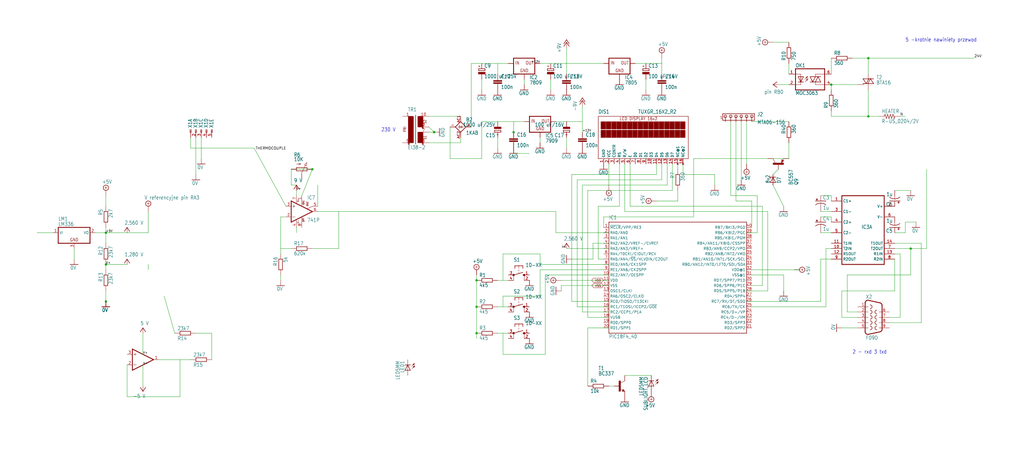
<source format=kicad_sch>
(kicad_sch (version 20211123) (generator eeschema)
  (paper "User" 491.261 217.932)
  (junction (at 398.78 40.64))
  (junction (at 228.6 134.62))
  (junction (at 246.38 63.5))
  (junction (at 436.88 119.38))
  (junction (at 416.56 27.94))
  (junction (at 228.6 147.32))
  (junction (at 208.28 63.5))
  (junction (at 50.8 127))
  (junction (at 50.8 111.76))
  (junction (at 50.8 144.78))
  (junction (at 228.6 160.02))
  (junction (at 416.56 55.88))
  (junction (at 149.86 81.28))
  (wire (pts (xy 91.44 66.04) (xy 91.44 71.12)))
  (wire (pts (xy 314.96 78.74) (xy 314.96 83.82)))
  (wire (pts (xy 302.26 78.74) (xy 302.26 99.06)))
  (wire (pts (xy 408.94 27.94) (xy 416.56 27.94)))
  (wire (pts (xy 139.7 88.9) (xy 139.7 81.28)))
  (wire (pts (xy 332.74 104.14) (xy 332.74 76.2)))
  (wire (pts (xy 162.56 101.6) (xy 266.7 101.6)))
  (wire (pts (xy 398.78 93.98) (xy 398.78 96.52)))
  (wire (pts (xy 436.88 119.38) (xy 429.26 119.38)))
  (wire (pts (xy 241.3 147.32) (xy 241.3 142.24)))
  (wire (pts (xy 134.62 132.08) (xy 134.62 134.62)))
  (wire (pts (xy 50.8 111.76) (xy 45.72 111.76)))
  (wire (pts (xy 78.74 142.24) (xy 83.82 160.02)))
  (wire (pts (xy 416.56 55.88) (xy 421.64 55.88)))
  (wire (pts (xy 241.3 170.18) (xy 261.62 170.18)))
  (wire (pts (xy 325.12 91.44) (xy 325.12 96.52)))
  (wire (pts (xy 314.96 83.82) (xy 274.32 83.82)))
  (wire (pts (xy 60.96 175.26) (xy 60.96 190.5)))
  (wire (pts (xy 398.78 104.14) (xy 398.78 106.68)))
  (wire (pts (xy 101.6 172.72) (xy 101.6 160.02)))
  (wire (pts (xy 35.56 124.46) (xy 35.56 119.38)))
  (wire (pts (xy 205.74 68.58) (xy 220.98 68.58)))
  (wire (pts (xy 50.8 111.76) (xy 50.8 116.84)))
  (wire (pts (xy 60.96 111.76) (xy 71.12 111.76)))
  (wire (pts (xy 416.56 27.94) (xy 416.56 35.56)))
  (wire (pts (xy 434.34 106.68) (xy 439.42 106.68)))
  (wire (pts (xy 241.3 160.02) (xy 243.84 160.02)))
  (wire (pts (xy 294.64 185.42) (xy 292.1 185.42)))
  (wire (pts (xy 241.3 121.92) (xy 259.08 121.92)))
  (wire (pts (xy 93.98 83.82) (xy 93.98 66.04)))
  (wire (pts (xy 149.86 81.28) (xy 139.7 81.28)))
  (wire (pts (xy 269.24 137.16) (xy 292.1 137.16)))
  (wire (pts (xy 271.78 35.56) (xy 271.78 30.48)))
  (wire (pts (xy 403.86 139.7) (xy 429.26 139.7)))
  (wire (pts (xy 243.84 147.32) (xy 241.3 147.32)))
  (wire (pts (xy 322.58 91.44) (xy 281.94 91.44)))
  (wire (pts (xy 398.78 43.18) (xy 398.78 40.64)))
  (wire (pts (xy 327.66 78.74) (xy 327.66 83.82)))
  (wire (pts (xy 144.78 93.98) (xy 149.86 81.28)))
  (wire (pts (xy 304.8 30.48) (xy 309.88 30.48)))
  (wire (pts (xy 317.5 86.36) (xy 276.86 86.36)))
  (wire (pts (xy 134.62 104.14) (xy 134.62 119.38)))
  (wire (pts (xy 426.72 154.94) (xy 441.96 154.94)))
  (wire (pts (xy 360.68 96.52) (xy 360.68 109.22)))
  (wire (pts (xy 259.08 30.48) (xy 264.16 30.48)))
  (wire (pts (xy 429.26 139.7) (xy 429.26 124.46)))
  (wire (pts (xy 411.48 157.48) (xy 403.86 157.48)))
  (wire (pts (xy 228.6 147.32) (xy 228.6 160.02)))
  (wire (pts (xy 406.4 149.86) (xy 411.48 149.86)))
  (wire (pts (xy 429.26 121.92) (xy 431.8 121.92)))
  (wire (pts (xy 431.8 55.88) (xy 434.34 55.88)))
  (wire (pts (xy 393.7 93.98) (xy 398.78 93.98)))
  (wire (pts (xy 259.08 68.58) (xy 259.08 66.04)))
  (wire (pts (xy 393.7 124.46) (xy 398.78 124.46)))
  (wire (pts (xy 299.72 78.74) (xy 299.72 101.6)))
  (wire (pts (xy 312.42 180.34) (xy 299.72 180.34)))
  (wire (pts (xy 406.4 132.08) (xy 436.88 132.08)))
  (wire (pts (xy 281.94 91.44) (xy 281.94 152.4)))
  (wire (pts (xy 264.16 43.18) (xy 264.16 38.1)))
  (wire (pts (xy 353.06 58.42) (xy 353.06 96.52)))
  (wire (pts (xy 363.22 93.98) (xy 363.22 111.76)))
  (wire (pts (xy 274.32 144.78) (xy 292.1 144.78)))
  (wire (pts (xy 228.6 132.08) (xy 228.6 134.62)))
  (wire (pts (xy 231.14 43.18) (xy 231.14 38.1)))
  (wire (pts (xy 60.96 190.5) (xy 86.36 190.5)))
  (wire (pts (xy 350.52 93.98) (xy 363.22 93.98)))
  (wire (pts (xy 241.3 160.02) (xy 241.3 170.18)))
  (wire (pts (xy 134.62 119.38) (xy 134.62 121.92)))
  (wire (pts (xy 152.4 99.06) (xy 152.4 88.9)))
  (wire (pts (xy 436.88 132.08) (xy 436.88 119.38)))
  (wire (pts (xy 429.26 111.76) (xy 434.34 111.76)))
  (wire (pts (xy 243.84 134.62) (xy 241.3 134.62)))
  (wire (pts (xy 71.12 127) (xy 71.12 129.54)))
  (wire (pts (xy 220.98 55.88) (xy 205.74 55.88)))
  (wire (pts (xy 411.48 40.64) (xy 398.78 40.64)))
  (wire (pts (xy 325.12 78.74) (xy 325.12 81.28)))
  (wire (pts (xy 434.34 111.76) (xy 434.34 106.68)))
  (wire (pts (xy 368.3 101.6) (xy 368.3 139.7)))
  (wire (pts (xy 279.4 58.42) (xy 279.4 50.8)))
  (wire (pts (xy 375.92 99.06) (xy 370.84 88.9)))
  (wire (pts (xy 436.88 119.38) (xy 444.5 119.38)))
  (wire (pts (xy 375.92 132.08) (xy 375.92 142.24)))
  (wire (pts (xy 281.94 124.46) (xy 284.48 124.46)))
  (wire (pts (xy 215.9 60.96) (xy 215.9 76.2)))
  (wire (pts (xy 327.66 83.82) (xy 342.9 83.82)))
  (wire (pts (xy 137.16 104.14) (xy 134.62 104.14)))
  (wire (pts (xy 287.02 99.06) (xy 287.02 124.46)))
  (wire (pts (xy 226.06 60.96) (xy 226.06 30.48)))
  (wire (pts (xy 259.08 127) (xy 292.1 127)))
  (wire (pts (xy 246.38 63.5) (xy 246.38 58.42)))
  (wire (pts (xy 238.76 160.02) (xy 241.3 160.02)))
  (wire (pts (xy 246.38 73.66) (xy 254 73.66)))
  (wire (pts (xy 368.3 76.2) (xy 378.46 76.2)))
  (wire (pts (xy 441.96 116.84) (xy 429.26 116.84)))
  (wire (pts (xy 60.96 111.76) (xy 50.8 111.76)))
  (wire (pts (xy 441.96 154.94) (xy 441.96 116.84)))
  (wire (pts (xy 271.78 30.48) (xy 271.78 22.86)))
  (wire (pts (xy 309.88 43.18) (xy 309.88 38.1)))
  (wire (pts (xy 355.6 58.42) (xy 355.6 86.36)))
  (wire (pts (xy 297.18 99.06) (xy 287.02 99.06)))
  (wire (pts (xy 363.22 111.76) (xy 358.14 111.76)))
  (wire (pts (xy 238.76 71.12) (xy 238.76 66.04)))
  (wire (pts (xy 246.38 58.42) (xy 251.46 58.42)))
  (wire (pts (xy 50.8 93.98) (xy 50.8 99.06)))
  (wire (pts (xy 284.48 116.84) (xy 292.1 116.84)))
  (wire (pts (xy 215.9 76.2) (xy 231.14 76.2)))
  (wire (pts (xy 317.5 35.56) (xy 317.5 30.48)))
  (wire (pts (xy 208.28 63.5) (xy 205.74 63.5)))
  (wire (pts (xy 276.86 86.36) (xy 276.86 147.32)))
  (wire (pts (xy 398.78 27.94) (xy 398.78 35.56)))
  (wire (pts (xy 393.7 144.78) (xy 358.14 144.78)))
  (wire (pts (xy 403.86 152.4) (xy 403.86 139.7)))
  (wire (pts (xy 238.76 30.48) (xy 243.84 30.48)))
  (wire (pts (xy 259.08 121.92) (xy 259.08 127)))
  (wire (pts (xy 238.76 35.56) (xy 238.76 30.48)))
  (wire (pts (xy 429.26 91.44) (xy 436.88 91.44)))
  (wire (pts (xy 393.7 101.6) (xy 398.78 101.6)))
  (wire (pts (xy 406.4 132.08) (xy 406.4 149.86)))
  (wire (pts (xy 142.24 91.44) (xy 142.24 93.98)))
  (wire (pts (xy 261.62 132.08) (xy 292.1 132.08)))
  (wire (pts (xy 220.98 68.58) (xy 220.98 66.04)))
  (wire (pts (xy 259.08 142.24) (xy 259.08 129.54)))
  (wire (pts (xy 162.56 101.6) (xy 152.4 101.6)))
  (wire (pts (xy 231.14 76.2) (xy 231.14 58.42)))
  (wire (pts (xy 205.74 60.96) (xy 208.28 63.5)))
  (wire (pts (xy 50.8 127) (xy 50.8 129.54)))
  (wire (pts (xy 271.78 71.12) (xy 271.78 66.04)))
  (wire (pts (xy 365.76 137.16) (xy 360.68 137.16)))
  (wire (pts (xy 289.56 104.14) (xy 332.74 104.14)))
  (wire (pts (xy 261.62 170.18) (xy 261.62 132.08)))
  (wire (pts (xy 398.78 55.88) (xy 398.78 53.34)))
  (wire (pts (xy 378.46 76.2) (xy 378.46 68.58)))
  (wire (pts (xy 317.5 78.74) (xy 317.5 86.36)))
  (wire (pts (xy 259.08 129.54) (xy 289.56 129.54)))
  (wire (pts (xy 226.06 30.48) (xy 231.14 30.48)))
  (wire (pts (xy 228.6 134.62) (xy 228.6 147.32)))
  (wire (pts (xy 50.8 127) (xy 60.96 127)))
  (wire (pts (xy 322.58 78.74) (xy 322.58 91.44)))
  (wire (pts (xy 416.56 27.94) (xy 467.36 27.94)))
  (wire (pts (xy 137.16 99.06) (xy 121.92 71.12)))
  (wire (pts (xy 378.46 58.42) (xy 360.68 58.42)))
  (wire (pts (xy 287.02 124.46) (xy 289.56 124.46)))
  (wire (pts (xy 431.8 152.4) (xy 431.8 121.92)))
  (wire (pts (xy 299.72 101.6) (xy 368.3 101.6)))
  (wire (pts (xy 241.3 142.24) (xy 259.08 142.24)))
  (wire (pts (xy 360.68 129.54) (xy 383.54 129.54)))
  (wire (pts (xy 378.46 30.48) (xy 378.46 35.56)))
  (wire (pts (xy 241.3 147.32) (xy 238.76 147.32)))
  (wire (pts (xy 96.52 76.2) (xy 96.52 66.04)))
  (wire (pts (xy 365.76 99.06) (xy 365.76 137.16)))
  (wire (pts (xy 416.56 55.88) (xy 398.78 55.88)))
  (wire (pts (xy 297.18 78.74) (xy 297.18 99.06)))
  (wire (pts (xy 91.44 71.12) (xy 121.92 71.12)))
  (wire (pts (xy 274.32 83.82) (xy 274.32 144.78)))
  (wire (pts (xy 289.56 30.48) (xy 271.78 30.48)))
  (wire (pts (xy 350.52 58.42) (xy 350.52 93.98)))
  (wire (pts (xy 279.4 88.9) (xy 279.4 149.86)))
  (wire (pts (xy 269.24 139.7) (xy 269.24 137.16)))
  (wire (pts (xy 411.48 152.4) (xy 403.86 152.4)))
  (wire (pts (xy 86.36 172.72) (xy 91.44 172.72)))
  (wire (pts (xy 162.56 101.6) (xy 162.56 119.38)))
  (wire (pts (xy 231.14 30.48) (xy 238.76 30.48)))
  (wire (pts (xy 317.5 30.48) (xy 317.5 27.94)))
  (wire (pts (xy 50.8 139.7) (xy 50.8 144.78)))
  (wire (pts (xy 241.3 134.62) (xy 241.3 121.92)))
  (wire (pts (xy 279.4 63.5) (xy 279.4 58.42)))
  (wire (pts (xy 279.4 149.86) (xy 292.1 149.86)))
  (wire (pts (xy 370.84 83.82) (xy 373.38 81.28)))
  (wire (pts (xy 393.7 104.14) (xy 398.78 104.14)))
  (wire (pts (xy 86.36 172.72) (xy 76.2 172.72)))
  (wire (pts (xy 274.32 124.46) (xy 281.94 124.46)))
  (wire (pts (xy 360.68 132.08) (xy 375.92 132.08)))
  (wire (pts (xy 271.78 119.38) (xy 292.1 119.38)))
  (wire (pts (xy 289.56 152.4) (xy 292.1 152.4)))
  (wire (pts (xy 50.8 109.22) (xy 50.8 111.76)))
  (wire (pts (xy 370.84 20.32) (xy 378.46 20.32)))
  (wire (pts (xy 373.38 40.64) (xy 378.46 40.64)))
  (wire (pts (xy 360.68 147.32) (xy 396.24 147.32)))
  (wire (pts (xy 269.24 134.62) (xy 292.1 134.62)))
  (wire (pts (xy 368.3 139.7) (xy 358.14 139.7)))
  (wire (pts (xy 149.86 119.38) (xy 162.56 119.38)))
  (wire (pts (xy 142.24 111.76) (xy 142.24 109.22)))
  (wire (pts (xy 281.94 152.4) (xy 289.56 152.4)))
  (wire (pts (xy 276.86 147.32) (xy 292.1 147.32)))
  (wire (pts (xy 246.38 63.5) (xy 246.38 73.66)))
  (wire (pts (xy 309.88 30.48) (xy 317.5 30.48)))
  (wire (pts (xy 86.36 190.5) (xy 86.36 172.72)))
  (wire (pts (xy 142.24 88.9) (xy 139.7 88.9)))
  (wire (pts (xy 101.6 160.02) (xy 93.98 160.02)))
  (wire (pts (xy 320.04 88.9) (xy 279.4 88.9)))
  (wire (pts (xy 398.78 119.38) (xy 396.24 119.38)))
  (wire (pts (xy 228.6 160.02) (xy 228.6 162.56)))
  (wire (pts (xy 426.72 152.4) (xy 431.8 152.4)))
  (wire (pts (xy 264.16 30.48) (xy 271.78 30.48)))
  (wire (pts (xy 353.06 96.52) (xy 360.68 96.52)))
  (wire (pts (xy 292.1 88.9) (xy 292.1 78.74)))
  (wire (pts (xy 251.46 40.64) (xy 251.46 38.1)))
  (wire (pts (xy 368.3 76.2) (xy 332.74 76.2)))
  (wire (pts (xy 71.12 111.76) (xy 71.12 101.6)))
  (wire (pts (xy 284.48 124.46) (xy 284.48 116.84)))
  (wire (pts (xy 241.3 134.62) (xy 238.76 134.62)))
  (wire (pts (xy 289.56 109.22) (xy 289.56 104.14)))
  (wire (pts (xy 320.04 78.74) (xy 320.04 88.9)))
  (wire (pts (xy 68.58 170.18) (xy 68.58 160.02)))
  (wire (pts (xy 302.26 99.06) (xy 365.76 99.06)))
  (wire (pts (xy 238.76 58.42) (xy 246.38 58.42)))
  (wire (pts (xy 416.56 43.18) (xy 416.56 55.88)))
  (wire (pts (xy 68.58 175.26) (xy 68.58 185.42)))
  (wire (pts (xy 266.7 58.42) (xy 279.4 58.42)))
  (wire (pts (xy 231.14 58.42) (xy 238.76 58.42)))
  (wire (pts (xy 396.24 119.38) (xy 396.24 147.32)))
  (wire (pts (xy 358.14 78.74) (xy 358.14 58.42)))
  (wire (pts (xy 281.94 157.48) (xy 281.94 185.42)))
  (wire (pts (xy 25.4 111.76) (xy 17.78 111.76)))
  (wire (pts (xy 266.7 111.76) (xy 292.1 111.76)))
  (wire (pts (xy 393.7 124.46) (xy 393.7 144.78)))
  (wire (pts (xy 266.7 101.6) (xy 266.7 111.76)))
  (wire (pts (xy 393.7 111.76) (xy 398.78 111.76)))
  (wire (pts (xy 342.9 83.82) (xy 342.9 88.9)))
  (wire (pts (xy 281.94 157.48) (xy 292.1 157.48)))
  (wire (pts (xy 139.7 119.38) (xy 134.62 119.38)))
  (wire (pts (xy 444.5 81.28) (xy 444.5 119.38)))
  (wire (pts (xy 314.96 96.52) (xy 325.12 96.52)))
  (text "230 V" (at 182.88 63.5 180) (effects (font (size 1.778 1.5113)) (justify left bottom)))
  (text "2 - rxd 3 txd" (at 408.94 170.18 180) (effects (font (size 1.778 1.5113)) (justify left bottom)))
  (text "5 -krotnie nawiniety przewod" (at 434.34 20.32 180) (effects (font (size 1.778 1.5113)) (justify left bottom)))
  (label "24V" (at 467.36 27.94 0) (effects (font (size 1.2446 1.2446))))
  (label "V+" (at 50.8 127 0) (effects (font (size 1.016 1.016))))
  (label "V+" (at 68.58 170.18 0) (effects (font (size 1.016 1.016))))
  (label "V+" (at 142.24 91.44 0) (effects (font (size 1.016 1.016))))
  (label "+12V" (at 279.4 63.5 0) (effects (font (size 1.016 1.016))))
  (label "N" (at 431.8 55.88 0) (effects (font (size 1.2446 1.2446))))
  (label "+12V" (at 259.08 30.48 180) (effects (font (size 1.016 1.016))))
  (label "V+" (at 68.58 175.26 0) (effects (font (size 1.016 1.016))))
  (label "THERMOCOUPLE" (at 122.5281 72.2349 0) (effects (font (size 1.2446 1.2446))))
  (label "+5V" (at 50.8 111.76 0) (effects (font (size 1.016 1.016))))
  (label "V+" (at 271.78 119.38 180) (effects (font (size 1.016 1.016))))
  (global_label "VSS" (shape bidirectional) (at 289.56 137.16 180) (effects (font (size 1.016 1.016))) (property "Odnośniki między arkuszami" "${INTERSHEET_REFS}" (effects hide)))
  (global_label "VDD" (shape bidirectional) (at 289.56 134.62 180) (effects (font (size 1.016 1.016))) (property "Odnośniki między arkuszami" "${INTERSHEET_REFS}" (effects hide)))
  (symbol (lib_id "schemat_1 (2)-eagle-import:R-EU_0204{slash}7") (at 398.78 48.26 90)
    (property "Reference" "R9" (at 397.2814 52.07 0) (effects (font (size 1.778 1.5113)) (justify left bottom)))
    (property "Value" "360" (at 402.082 52.07 0) (effects (font (size 1.778 1.5113)) (justify left bottom)))
    (property "Footprint" "schemat_1 (2):0204_7" (effects hide))
  )
  (symbol (lib_id "schemat_1 (2)-eagle-import:GND") (at 297.18 40.64 0)
    (property "Reference" "#GND20" (effects hide))
    (property "Value" "GND" (at 294.64 43.18 0) (effects (font (size 1.778 1.5113)) (justify left bottom)))
    (property "Footprint" "schemat_1 (2):" (effects hide))
  )
  (symbol (lib_id "schemat_1 (2)-eagle-import:V+") (at 60.96 109.22 0)
    (property "Reference" "#P+5" (effects hide))
    (property "Value" "2,560 V" (at 59.69 107.95 0) (effects (font (size 1.778 1.5113)) (justify left bottom)))
    (property "Footprint" "schemat_1 (2):" (effects hide))
  )
  (symbol (lib_id "schemat_1 (2)-eagle-import:PC25") (at 144.78 81.28 270)
    (property "Reference" "R6" (at 140.97 75.311 90) (effects (font (size 1.778 1.5113)) (justify left bottom)))
    (property "Value" "10K" (at 140.97 77.47 90) (effects (font (size 1.778 1.5113)) (justify left bottom)))
    (property "Footprint" "schemat_1 (2):PC25" (effects hide))
  )
  (symbol (lib_id "schemat_1 (2)-eagle-import:GND") (at 266.7 139.7 270)
    (property "Reference" "#GND2" (effects hide))
    (property "Value" "GND" (at 264.16 137.16 0) (effects (font (size 1.778 1.5113)) (justify left bottom)))
    (property "Footprint" "schemat_1 (2):" (effects hide))
  )
  (symbol (lib_id "schemat_1 (2)-eagle-import:AS06-05") (at 96.52 63.5 90)
    (property "Reference" "X1" (at 97.282 61.468 0) (effects (font (size 1.778 1.5113)) (justify left bottom)))
    (property "Value" "COnnector for soldering pencil" (effects hide))
    (property "Footprint" "schemat_1 (2):AS06-05" (effects hide))
  )
  (symbol (lib_id "schemat_1 (2)-eagle-import:GND") (at 309.88 45.72 0)
    (property "Reference" "#GND21" (effects hide))
    (property "Value" "GND" (at 307.34 48.26 0) (effects (font (size 1.778 1.5113)) (justify left bottom)))
    (property "Footprint" "schemat_1 (2):" (effects hide))
  )
  (symbol (lib_id "schemat_1 (2)-eagle-import:LM336") (at 35.56 111.76 0)
    (property "Reference" "LM1" (at 27.94 106.045 0) (effects (font (size 1.778 1.5113)) (justify left bottom)))
    (property "Value" "LM336" (at 27.94 108.585 0) (effects (font (size 1.778 1.5113)) (justify left bottom)))
    (property "Footprint" "schemat_1 (2):TO92" (effects hide))
  )
  (symbol (lib_id "schemat_1 (2)-eagle-import:GND") (at 238.76 45.72 0)
    (property "Reference" "#GND14" (effects hide))
    (property "Value" "GND" (at 236.22 48.26 0) (effects (font (size 1.778 1.5113)) (justify left bottom)))
    (property "Footprint" "schemat_1 (2):" (effects hide))
  )
  (symbol (lib_id "schemat_1 (2)-eagle-import:0V") (at 134.62 137.16 0)
    (property "Reference" "#GND30" (effects hide))
    (property "Value" "0V" (at 132.715 139.7 0) (effects (font (size 1.778 1.5113)) (justify left bottom)))
    (property "Footprint" "schemat_1 (2):" (effects hide))
  )
  (symbol (lib_id "schemat_1 (2)-eagle-import:R-EU_V234{slash}12") (at 134.62 127 90) (mirror x)
    (property "Reference" "R16" (at 133.1214 123.19 0) (effects (font (size 1.778 1.5113)) (justify left bottom)))
    (property "Value" "5k" (at 137.922 123.19 0) (effects (font (size 1.778 1.5113)) (justify left bottom)))
    (property "Footprint" "schemat_1 (2):V234_12" (effects hide))
  )
  (symbol (lib_id "schemat_1 (2)-eagle-import:GND") (at 271.78 124.46 270)
    (property "Reference" "#GND33" (effects hide))
    (property "Value" "GND" (at 269.24 121.92 0) (effects (font (size 1.778 1.5113)) (justify left bottom)))
    (property "Footprint" "schemat_1 (2):" (effects hide))
  )
  (symbol (lib_id "schemat_1 (2)-eagle-import:AS06-05") (at 93.98 63.5 90)
    (property "Reference" "X1" (at 94.742 61.468 0) (effects (font (size 1.778 1.5113)) (justify left bottom)))
    (property "Value" "COnnector for soldering pencil" (effects hide))
    (property "Footprint" "schemat_1 (2):AS06-05" (effects hide))
  )
  (symbol (lib_id "schemat_1 (2)-eagle-import:R-EU_V234{slash}12") (at 96.52 172.72 0) (mirror x)
    (property "Reference" "R15" (at 92.71 174.2186 0) (effects (font (size 1.778 1.5113)) (justify left bottom)))
    (property "Value" "23k7" (at 92.71 169.418 0) (effects (font (size 1.778 1.5113)) (justify left bottom)))
    (property "Footprint" "schemat_1 (2):V234_12" (effects hide))
  )
  (symbol (lib_id "schemat_1 (2)-eagle-import:GND") (at 254 137.16 0)
    (property "Reference" "#GND4" (effects hide))
    (property "Value" "GND" (at 251.46 139.7 0) (effects (font (size 1.778 1.5113)) (justify left bottom)))
    (property "Footprint" "schemat_1 (2):" (effects hide))
  )
  (symbol (lib_id "schemat_1 (2)-eagle-import:BC557") (at 373.38 78.74 270) (mirror x)
    (property "Reference" "Q9" (at 381 88.9 0) (effects (font (size 1.778 1.5113)) (justify left bottom)))
    (property "Value" "BC557" (at 378.46 88.9 0) (effects (font (size 1.778 1.5113)) (justify left bottom)))
    (property "Footprint" "schemat_1 (2):TO92" (effects hide))
  )
  (symbol (lib_id "schemat_1 (2)-eagle-import:F09D") (at 419.1 152.4 0)
    (property "Reference" "X2" (at 415.29 143.51 0) (effects (font (size 1.778 1.5113)) (justify left bottom)))
    (property "Value" "F09D" (at 415.29 163.195 0) (effects (font (size 1.778 1.5113)) (justify left bottom)))
    (property "Footprint" "schemat_1 (2):F09D" (effects hide))
  )
  (symbol (lib_id "schemat_1 (2)-eagle-import:GND") (at 251.46 43.18 0)
    (property "Reference" "#GND18" (effects hide))
    (property "Value" "GND" (at 248.92 45.72 0) (effects (font (size 1.778 1.5113)) (justify left bottom)))
    (property "Footprint" "schemat_1 (2):" (effects hide))
  )
  (symbol (lib_id "schemat_1 (2)-eagle-import:C-EU025-030X050") (at 279.4 66.04 0)
    (property "Reference" "C18" (at 280.924 65.659 0) (effects (font (size 1.778 1.5113)) (justify left bottom)))
    (property "Value" "100n" (at 280.924 70.739 0) (effects (font (size 1.778 1.5113)) (justify left bottom)))
    (property "Footprint" "schemat_1 (2):C025-030X050" (effects hide))
  )
  (symbol (lib_id "schemat_1 (2)-eagle-import:ZY") (at 370.84 86.36 270) (mirror x)
    (property "Reference" "D7" (at 372.745 88.138 0) (effects (font (size 1.778 1.5113)) (justify left bottom)))
    (property "Value" "8v2" (at 367.411 88.138 0) (effects (font (size 1.778 1.5113)) (justify left bottom)))
    (property "Footprint" "schemat_1 (2):P1Z12" (effects hide))
  )
  (symbol (lib_id "schemat_1 (2)-eagle-import:V+") (at 60.96 124.46 0)
    (property "Reference" "#P+4" (effects hide))
    (property "Value" "1,280 V" (at 59.69 123.19 0) (effects (font (size 1.778 1.5113)) (justify left bottom)))
    (property "Footprint" "schemat_1 (2):" (effects hide))
  )
  (symbol (lib_id "schemat_1 (2)-eagle-import:GND") (at 254 152.4 0)
    (property "Reference" "#GND5" (effects hide))
    (property "Value" "GND" (at 251.46 154.94 0) (effects (font (size 1.778 1.5113)) (justify left bottom)))
    (property "Footprint" "schemat_1 (2):" (effects hide))
  )
  (symbol (lib_id "schemat_1 (2)-eagle-import:0V") (at 439.42 109.22 0)
    (property "Reference" "#GND9" (effects hide))
    (property "Value" "0V" (at 437.515 111.76 0) (effects (font (size 1.778 1.5113)) (justify left bottom)))
    (property "Footprint" "schemat_1 (2):" (effects hide))
  )
  (symbol (lib_id "schemat_1 (2)-eagle-import:MTA06-156") (at 347.98 55.88 0)
    (property "Reference" "J2" (at 363.22 55.88 0) (effects (font (size 1.778 1.5113)) (justify left bottom)))
    (property "Value" "MTA06-156" (at 363.22 59.69 0) (effects (font (size 1.778 1.5113)) (justify left bottom)))
    (property "Footprint" "schemat_1 (2):1X6MTA" (effects hide))
  )
  (symbol (lib_id "schemat_1 (2)-eagle-import:R-EU_V234{slash}12") (at 144.78 119.38 0)
    (property "Reference" "R17" (at 140.97 117.8814 0) (effects (font (size 1.778 1.5113)) (justify left bottom)))
    (property "Value" "620k" (at 140.97 122.682 0) (effects (font (size 1.778 1.5113)) (justify left bottom)))
    (property "Footprint" "schemat_1 (2):V234_12" (effects hide))
  )
  (symbol (lib_id "schemat_1 (2)-eagle-import:LM358N") (at 68.58 172.72 0)
    (property "Reference" "IC6" (effects hide))
    (property "Value" "LM358N" (effects hide))
    (property "Footprint" "schemat_1 (2):DIL08" (effects hide))
  )
  (symbol (lib_id "schemat_1 (2)-eagle-import:+5V") (at 368.3 20.32 90)
    (property "Reference" "#P+1" (effects hide))
    (property "Value" "+5V" (at 365.125 22.225 0) (effects (font (size 1.778 1.5113)) (justify left bottom)))
    (property "Footprint" "schemat_1 (2):" (effects hide))
  )
  (symbol (lib_id "schemat_1 (2)-eagle-import:R-EU_0204{slash}7") (at 378.46 25.4 90)
    (property "Reference" "R10" (at 376.9614 29.21 0) (effects (font (size 1.778 1.5113)) (justify left bottom)))
    (property "Value" "750" (at 381.762 29.21 0) (effects (font (size 1.778 1.5113)) (justify left bottom)))
    (property "Footprint" "schemat_1 (2):0204_7" (effects hide))
  )
  (symbol (lib_id "schemat_1 (2)-eagle-import:+5V") (at 292.1 91.44 180)
    (property "Reference" "#SUPPLY9" (effects hide))
    (property "Value" "+5V" (at 294.005 94.615 0) (effects (font (size 1.778 1.5113)) (justify left bottom)))
    (property "Footprint" "schemat_1 (2):" (effects hide))
  )
  (symbol (lib_id "schemat_1 (2)-eagle-import:741P") (at 144.78 101.6 0)
    (property "Reference" "IC7" (at 147.32 95.885 0) (effects (font (size 1.778 1.5113)) (justify left bottom)))
    (property "Value" "741P" (at 147.32 106.68 0) (effects (font (size 1.778 1.5113)) (justify left bottom)))
    (property "Footprint" "schemat_1 (2):DIL08" (effects hide))
  )
  (symbol (lib_id "schemat_1 (2)-eagle-import:GND") (at 264.16 45.72 0)
    (property "Reference" "#GND16" (effects hide))
    (property "Value" "GND" (at 261.62 48.26 0) (effects (font (size 1.778 1.5113)) (justify left bottom)))
    (property "Footprint" "schemat_1 (2):" (effects hide))
  )
  (symbol (lib_id "schemat_1 (2)-eagle-import:GND") (at 259.08 71.12 0)
    (property "Reference" "#GND24" (effects hide))
    (property "Value" "GND" (at 256.54 73.66 0) (effects (font (size 1.778 1.5113)) (justify left bottom)))
    (property "Footprint" "schemat_1 (2):" (effects hide))
  )
  (symbol (lib_id "schemat_1 (2)-eagle-import:GND") (at 299.72 193.04 0)
    (property "Reference" "#GND11" (effects hide))
    (property "Value" "GND" (at 297.18 195.58 0) (effects (font (size 1.778 1.5113)) (justify left bottom)))
    (property "Footprint" "schemat_1 (2):" (effects hide))
  )
  (symbol (lib_id "schemat_1 (2)-eagle-import:+3V3") (at 370.84 40.64 90)
    (property "Reference" "#+3V1" (effects hide))
    (property "Value" "pin RB0" (at 375.92 43.18 90) (effects (font (size 1.778 1.5113)) (justify left bottom)))
    (property "Footprint" "schemat_1 (2):" (effects hide))
  )
  (symbol (lib_id "schemat_1 (2)-eagle-import:0V") (at 96.52 78.74 0)
    (property "Reference" "#GND34" (effects hide))
    (property "Value" "0V" (at 94.615 81.28 0) (effects (font (size 1.778 1.5113)) (justify left bottom)))
    (property "Footprint" "schemat_1 (2):" (effects hide))
  )
  (symbol (lib_id "schemat_1 (2)-eagle-import:CPOL-EU140CLH-0810") (at 309.88 33.02 0)
    (property "Reference" "C13" (at 311.023 32.5374 0) (effects (font (size 1.778 1.5113)) (justify left bottom)))
    (property "Value" "100 uF/16V" (at 311.023 37.6174 0) (effects (font (size 1.778 1.5113)) (justify left bottom)))
    (property "Footprint" "schemat_1 (2):140CLH-0810@1" (effects hide))
  )
  (symbol (lib_id "schemat_1 (2)-eagle-import:1KAB") (at 220.98 60.96 0)
    (property "Reference" "B2" (at 223.52 58.42 0) (effects (font (size 1.778 1.5113)) (justify left bottom)))
    (property "Value" "1KAB" (at 223.52 64.77 0) (effects (font (size 1.778 1.5113)) (justify left bottom)))
    (property "Footprint" "schemat_1 (2):1KAB" (effects hide))
  )
  (symbol (lib_id "schemat_1 (2)-eagle-import:CPOL-US140CLH-1014") (at 393.7 96.52 0)
    (property "Reference" "C3" (at 394.716 95.885 0) (effects (font (size 1.778 1.5113)) (justify left bottom)))
    (property "Value" "1u" (at 394.716 100.711 0) (effects (font (size 1.778 1.5113)) (justify left bottom)))
    (property "Footprint" "schemat_1 (2):140CLH-1014" (effects hide))
  )
  (symbol (lib_id "schemat_1 (2)-eagle-import:R-EU_0207{slash}15") (at 233.68 147.32 0)
    (property "Reference" "R2" (at 229.87 145.8214 0) (effects (font (size 1.778 1.5113)) (justify left bottom)))
    (property "Value" "4k5" (at 229.87 150.622 0) (effects (font (size 1.778 1.5113)) (justify left bottom)))
    (property "Footprint" "schemat_1 (2):0207_15" (effects hide))
  )
  (symbol (lib_id "schemat_1 (2)-eagle-import:GND") (at 210.82 63.5 90)
    (property "Reference" "#GND7" (effects hide))
    (property "Value" "GND" (at 213.36 66.04 0) (effects (font (size 1.778 1.5113)) (justify left bottom)))
    (property "Footprint" "schemat_1 (2):" (effects hide))
  )
  (symbol (lib_id "schemat_1 (2)-eagle-import:C-EU025-030X050") (at 246.38 66.04 0)
    (property "Reference" "C16" (at 247.904 65.659 0) (effects (font (size 1.778 1.5113)) (justify left bottom)))
    (property "Value" "100n" (at 247.904 70.739 0) (effects (font (size 1.778 1.5113)) (justify left bottom)))
    (property "Footprint" "schemat_1 (2):C025-030X050" (effects hide))
  )
  (symbol (lib_id "schemat_1 (2)-eagle-import:+5V") (at 383.54 129.54 270)
    (property "Reference" "#SUPPLY8" (effects hide))
    (property "Value" "+5V" (at 386.715 127.635 0) (effects (font (size 1.778 1.5113)) (justify left bottom)))
    (property "Footprint" "schemat_1 (2):" (effects hide))
  )
  (symbol (lib_id "schemat_1 (2)-eagle-import:C-EU025-030X050") (at 271.78 38.1 0)
    (property "Reference" "C12" (at 273.304 37.719 0) (effects (font (size 1.778 1.5113)) (justify left bottom)))
    (property "Value" "100n" (at 273.304 42.799 0) (effects (font (size 1.778 1.5113)) (justify left bottom)))
    (property "Footprint" "schemat_1 (2):C025-030X050" (effects hide))
  )
  (symbol (lib_id "schemat_1 (2)-eagle-import:R-EU_V234{slash}12") (at 50.8 121.92 90) (mirror x)
    (property "Reference" "R12" (at 49.3014 118.11 0) (effects (font (size 1.778 1.5113)) (justify left bottom)))
    (property "Value" "23k7" (at 54.102 118.11 0) (effects (font (size 1.778 1.5113)) (justify left bottom)))
    (property "Footprint" "schemat_1 (2):V234_12" (effects hide))
  )
  (symbol (lib_id "schemat_1 (2)-eagle-import:GND") (at 355.6 88.9 0)
    (property "Reference" "#GND32" (effects hide))
    (property "Value" "GND" (at 353.06 91.44 0) (effects (font (size 1.778 1.5113)) (justify left bottom)))
    (property "Footprint" "schemat_1 (2):" (effects hide))
  )
  (symbol (lib_id "schemat_1 (2)-eagle-import:AS06-05") (at 99.06 63.5 90)
    (property "Reference" "X1" (at 99.822 61.468 0) (effects (font (size 1.778 1.5113)) (justify left bottom)))
    (property "Value" "COnnector for soldering pencil" (effects hide))
    (property "Footprint" "schemat_1 (2):AS06-05" (effects hide))
  )
  (symbol (lib_id "schemat_1 (2)-eagle-import:R-EU_0207{slash}15") (at 325.12 86.36 90) (mirror x)
    (property "Reference" "R7" (at 323.6214 82.55 0) (effects (font (size 1.778 1.5113)) (justify left bottom)))
    (property "Value" "360" (at 328.422 82.55 0) (effects (font (size 1.778 1.5113)) (justify left bottom)))
    (property "Footprint" "schemat_1 (2):0207_15" (effects hide))
  )
  (symbol (lib_id "schemat_1 (2)-eagle-import:CPOL-EU140CLH-0810") (at 231.14 33.02 0)
    (property "Reference" "C9" (at 232.283 32.5374 0) (effects (font (size 1.778 1.5113)) (justify left bottom)))
    (property "Value" "1000 uF/25V" (at 232.283 37.6174 0) (effects (font (size 1.778 1.5113)) (justify left bottom)))
    (property "Footprint" "schemat_1 (2):140CLH-0810@1" (effects hide))
  )
  (symbol (lib_id "schemat_1 (2)-eagle-import:+5V") (at 266.7 134.62 90)
    (property "Reference" "#SUPPLY3" (effects hide))
    (property "Value" "+5V" (at 263.525 136.525 0) (effects (font (size 1.778 1.5113)) (justify left bottom)))
    (property "Footprint" "schemat_1 (2):" (effects hide))
  )
  (symbol (lib_id "schemat_1 (2)-eagle-import:GND") (at 279.4 73.66 0)
    (property "Reference" "#GND27" (effects hide))
    (property "Value" "GND" (at 276.86 76.2 0) (effects (font (size 1.778 1.5113)) (justify left bottom)))
    (property "Footprint" "schemat_1 (2):" (effects hide))
  )
  (symbol (lib_id "schemat_1 (2)-eagle-import:0V") (at 401.32 157.48 270)
    (property "Reference" "#GND8" (effects hide))
    (property "Value" "0V" (at 398.78 155.575 0) (effects (font (size 1.778 1.5113)) (justify left bottom)))
    (property "Footprint" "schemat_1 (2):" (effects hide))
  )
  (symbol (lib_id "schemat_1 (2)-eagle-import:CPOL-EU140CLH-0810") (at 271.78 63.5 180)
    (property "Reference" "C17" (at 270.637 63.9826 0) (effects (font (size 1.778 1.5113)) (justify left bottom)))
    (property "Value" "100 uF/16V" (at 270.637 58.9026 0) (effects (font (size 1.778 1.5113)) (justify left bottom)))
    (property "Footprint" "schemat_1 (2):140CLH-0810@1" (effects hide))
  )
  (symbol (lib_id "schemat_1 (2)-eagle-import:GND") (at 342.9 91.44 0)
    (property "Reference" "#GND3" (effects hide))
    (property "Value" "GND" (at 340.36 93.98 0) (effects (font (size 1.778 1.5113)) (justify left bottom)))
    (property "Footprint" "schemat_1 (2):" (effects hide))
  )
  (symbol (lib_id "schemat_1 (2)-eagle-import:MAX232") (at 414.02 109.22 0)
    (property "Reference" "IC3" (at 413.258 109.982 0) (effects (font (size 1.778 1.5113)) (justify left bottom)))
    (property "Value" "MAX232" (effects hide))
    (property "Footprint" "schemat_1 (2):DIL16" (effects hide))
  )
  (symbol (lib_id "schemat_1 (2)-eagle-import:+5V") (at 317.5 25.4 0)
    (property "Reference" "#SUPPLY5" (effects hide))
    (property "Value" "+5V" (at 315.595 22.225 0) (effects (font (size 1.778 1.5113)) (justify left bottom)))
    (property "Footprint" "schemat_1 (2):" (effects hide))
  )
  (symbol (lib_id "schemat_1 (2)-eagle-import:BC337") (at 297.18 185.42 0)
    (property "Reference" "T1" (at 287.02 177.8 0) (effects (font (size 1.778 1.5113)) (justify left bottom)))
    (property "Value" "BC337" (at 287.02 180.34 0) (effects (font (size 1.778 1.5113)) (justify left bottom)))
    (property "Footprint" "schemat_1 (2):TO92@1" (effects hide))
  )
  (symbol (lib_id "schemat_1 (2)-eagle-import:C-EU025-030X050") (at 238.76 38.1 0)
    (property "Reference" "C10" (at 240.284 37.719 0) (effects (font (size 1.778 1.5113)) (justify left bottom)))
    (property "Value" "100n" (at 240.284 42.799 0) (effects (font (size 1.778 1.5113)) (justify left bottom)))
    (property "Footprint" "schemat_1 (2):C025-030X050" (effects hide))
  )
  (symbol (lib_id "schemat_1 (2)-eagle-import:R-EU_V234{slash}12") (at 88.9 160.02 0) (mirror x)
    (property "Reference" "R14" (at 85.09 161.5186 0) (effects (font (size 1.778 1.5113)) (justify left bottom)))
    (property "Value" "23k7" (at 85.09 156.718 0) (effects (font (size 1.778 1.5113)) (justify left bottom)))
    (property "Footprint" "schemat_1 (2):V234_12" (effects hide))
  )
  (symbol (lib_id "schemat_1 (2)-eagle-import:GND") (at 289.56 81.28 0)
    (property "Reference" "#GND13" (effects hide))
    (property "Value" "GND" (at 287.02 83.82 0) (effects (font (size 1.778 1.5113)) (justify left bottom)))
    (property "Footprint" "schemat_1 (2):" (effects hide))
  )
  (symbol (lib_id "schemat_1 (2)-eagle-import:LED5MM") (at 312.42 185.42 180)
    (property "Reference" "SUBLIGHT_LCD" (at 308.864 180.848 90) (effects (font (size 1.778 1.5113)) (justify left bottom)))
    (property "Value" "LED5MM" (at 306.705 180.848 90) (effects (font (size 1.778 1.5113)) (justify left bottom)))
    (property "Footprint" "schemat_1 (2):LED5MM" (effects hide))
  )
  (symbol (lib_id "schemat_1 (2)-eagle-import:GND") (at 375.92 142.24 0)
    (property "Reference" "#GND15" (effects hide))
    (property "Value" "GND" (at 373.38 144.78 0) (effects (font (size 1.778 1.5113)) (justify left bottom)))
    (property "Footprint" "schemat_1 (2):" (effects hide))
  )
  (symbol (lib_id "schemat_1 (2)-eagle-import:CPOL-EU140CLH-0810") (at 264.16 33.02 0)
    (property "Reference" "C11" (at 265.303 32.5374 0) (effects (font (size 1.778 1.5113)) (justify left bottom)))
    (property "Value" "100 uF/16V" (at 265.303 37.6174 0) (effects (font (size 1.778 1.5113)) (justify left bottom)))
    (property "Footprint" "schemat_1 (2):140CLH-0810@1" (effects hide))
  )
  (symbol (lib_id "schemat_1 (2)-eagle-import:GND") (at 271.78 45.72 0)
    (property "Reference" "#GND19" (effects hide))
    (property "Value" "GND" (at 269.24 48.26 0) (effects (font (size 1.778 1.5113)) (justify left bottom)))
    (property "Footprint" "schemat_1 (2):" (effects hide))
  )
  (symbol (lib_id "schemat_1 (2)-eagle-import:78XXS") (at 297.18 30.48 0)
    (property "Reference" "IC4" (at 299.72 38.1 0) (effects (font (size 1.778 1.5113)) (justify left bottom)))
    (property "Value" "7805" (at 299.72 40.64 0) (effects (font (size 1.778 1.5113)) (justify left bottom)))
    (property "Footprint" "schemat_1 (2):78XXS" (effects hide))
  )
  (symbol (lib_id "schemat_1 (2)-eagle-import:GND") (at 246.38 73.66 0)
    (property "Reference" "#GND25" (effects hide))
    (property "Value" "GND" (at 243.84 76.2 0) (effects (font (size 1.778 1.5113)) (justify left bottom)))
    (property "Footprint" "schemat_1 (2):" (effects hide))
  )
  (symbol (lib_id "schemat_1 (2)-eagle-import:+12V") (at 271.78 20.32 0)
    (property "Reference" "#P+2" (effects hide))
    (property "Value" "+9V" (at 269.24 25.4 90) (effects (font (size 1.778 1.5113)) (justify left bottom)))
    (property "Footprint" "schemat_1 (2):" (effects hide))
  )
  (symbol (lib_id "schemat_1 (2)-eagle-import:MOC30M") (at 388.62 38.1 0)
    (property "Reference" "OK1" (at 381.6096 32.4104 0) (effects (font (size 1.778 1.5113)) (justify left bottom)))
    (property "Value" "MOC3063" (at 381.6096 45.6438 0) (effects (font (size 1.778 1.5113)) (justify left bottom)))
    (property "Footprint" "schemat_1 (2):DIL06" (effects hide))
  )
  (symbol (lib_id "schemat_1 (2)-eagle-import:R-EU_0207{slash}15") (at 233.68 134.62 0)
    (property "Reference" "R1" (at 229.87 133.1214 0) (effects (font (size 1.778 1.5113)) (justify left bottom)))
    (property "Value" "4k5" (at 229.87 137.922 0) (effects (font (size 1.778 1.5113)) (justify left bottom)))
    (property "Footprint" "schemat_1 (2):0207_15" (effects hide))
  )
  (symbol (lib_id "schemat_1 (2)-eagle-import:R-EU_V234{slash}12") (at 50.8 104.14 90) (mirror x)
    (property "Reference" "R5" (at 49.3014 100.33 0) (effects (font (size 1.778 1.5113)) (justify left bottom)))
    (property "Value" "2k7" (at 54.102 100.33 0) (effects (font (size 1.778 1.5113)) (justify left bottom)))
    (property "Footprint" "schemat_1 (2):V234_12" (effects hide))
  )
  (symbol (lib_id "schemat_1 (2)-eagle-import:+12V") (at 279.4 48.26 0)
    (property "Reference" "#P+3" (effects hide))
    (property "Value" "-9V" (at 276.86 53.34 90) (effects (font (size 1.778 1.5113)) (justify left bottom)))
    (property "Footprint" "schemat_1 (2):" (effects hide))
  )
  (symbol (lib_id "schemat_1 (2)-eagle-import:GND") (at 254 165.1 0)
    (property "Reference" "#GND6" (effects hide))
    (property "Value" "GND" (at 251.46 167.64 0) (effects (font (size 1.778 1.5113)) (justify left bottom)))
    (property "Footprint" "schemat_1 (2):" (effects hide))
  )
  (symbol (lib_id "schemat_1 (2)-eagle-import:10-XX") (at 248.92 147.32 270)
    (property "Reference" "S2" (at 246.38 140.97 90) (effects (font (size 1.778 1.5113)) (justify left bottom)))
    (property "Value" "10-XX" (at 252.095 143.51 90) (effects (font (size 1.778 1.5113)) (justify left bottom)))
    (property "Footprint" "schemat_1 (2):B3F-10XX" (effects hide))
  )
  (symbol (lib_id "schemat_1 (2)-eagle-import:R-EU_0207{slash}15") (at 233.68 160.02 0)
    (property "Reference" "R3" (at 229.87 158.5214 0) (effects (font (size 1.778 1.5113)) (justify left bottom)))
    (property "Value" "4k5" (at 229.87 163.322 0) (effects (font (size 1.778 1.5113)) (justify left bottom)))
    (property "Footprint" "schemat_1 (2):0207_15" (effects hide))
  )
  (symbol (lib_id "schemat_1 (2)-eagle-import:R-EU_0204{slash}7") (at 403.86 27.94 0)
    (property "Reference" "R8" (at 400.05 26.4414 0) (effects (font (size 1.778 1.5113)) (justify left bottom)))
    (property "Value" "360" (at 400.05 31.242 0) (effects (font (size 1.778 1.5113)) (justify left bottom)))
    (property "Footprint" "schemat_1 (2):0204_7" (effects hide))
  )
  (symbol (lib_id "schemat_1 (2)-eagle-import:GND") (at 238.76 73.66 0)
    (property "Reference" "#GND23" (effects hide))
    (property "Value" "GND" (at 236.22 76.2 0) (effects (font (size 1.778 1.5113)) (justify left bottom)))
    (property "Footprint" "schemat_1 (2):" (effects hide))
  )
  (symbol (lib_id "schemat_1 (2)-eagle-import:TIC253") (at 416.56 40.64 0)
    (property "Reference" "T2" (at 420.37 38.1 0) (effects (font (size 1.778 1.5113)) (justify left bottom)))
    (property "Value" "BTA16" (at 420.37 40.64 0) (effects (font (size 1.778 1.5113)) (justify left bottom)))
    (property "Footprint" "schemat_1 (2):TO218DS" (effects hide))
  )
  (symbol (lib_id "schemat_1 (2)-eagle-import:+5V") (at 228.6 129.54 0)
    (property "Reference" "#SUPPLY2" (effects hide))
    (property "Value" "+5V" (at 226.695 126.365 0) (effects (font (size 1.778 1.5113)) (justify left bottom)))
    (property "Footprint" "schemat_1 (2):" (effects hide))
  )
  (symbol (lib_id "schemat_1 (2)-eagle-import:+5V") (at 358.14 81.28 180)
    (property "Reference" "#SUPPLY7" (effects hide))
    (property "Value" "+5V" (at 360.045 84.455 0) (effects (font (size 1.778 1.5113)) (justify left bottom)))
    (property "Footprint" "schemat_1 (2):" (effects hide))
  )
  (symbol (lib_id "schemat_1 (2)-eagle-import:GND") (at 375.92 101.6 0)
    (property "Reference" "#GND37" (effects hide))
    (property "Value" "GND" (at 373.38 104.14 0) (effects (font (size 1.778 1.5113)) (justify left bottom)))
    (property "Footprint" "schemat_1 (2):" (effects hide))
  )
  (symbol (lib_id "schemat_1 (2)-eagle-import:GND") (at 317.5 45.72 0)
    (property "Reference" "#GND22" (effects hide))
    (property "Value" "GND" (at 314.96 48.26 0) (effects (font (size 1.778 1.5113)) (justify left bottom)))
    (property "Footprint" "schemat_1 (2):" (effects hide))
  )
  (symbol (lib_id "schemat_1 (2)-eagle-import:0V") (at 50.8 147.32 0)
    (property "Reference" "#GND31" (effects hide))
    (property "Value" "0V" (at 48.895 149.86 0) (effects (font (size 1.778 1.5113)) (justify left bottom)))
    (property "Footprint" "schemat_1 (2):" (effects hide))
  )
  (symbol (lib_id "schemat_1 (2)-eagle-import:CPOL-US140CLH-1014") (at 393.7 106.68 0)
    (property "Reference" "C4" (at 394.716 106.045 0) (effects (font (size 1.778 1.5113)) (justify left bottom)))
    (property "Value" "1u" (at 394.716 110.871 0) (effects (font (size 1.778 1.5113)) (justify left bottom)))
    (property "Footprint" "schemat_1 (2):140CLH-1014" (effects hide))
  )
  (symbol (lib_id "schemat_1 (2)-eagle-import:V+") (at 68.58 157.48 0)
    (property "Reference" "#P+7" (effects hide))
    (property "Value" "5 V " (at 67.31 156.21 0) (effects (font (size 1.778 1.5113)) (justify left bottom)))
    (property "Footprint" "schemat_1 (2):" (effects hide))
  )
  (symbol (lib_id "schemat_1 (2)-eagle-import:0V") (at 436.88 93.98 0)
    (property "Reference" "#GND10" (effects hide))
    (property "Value" "0V" (at 434.975 96.52 0) (effects (font (size 1.778 1.5113)) (justify left bottom)))
    (property "Footprint" "schemat_1 (2):" (effects hide))
  )
  (symbol (lib_id "schemat_1 (2)-eagle-import:0V") (at 93.98 86.36 0)
    (property "Reference" "#GND35" (effects hide))
    (property "Value" "0V" (at 92.075 88.9 0) (effects (font (size 1.778 1.5113)) (justify left bottom)))
    (property "Footprint" "schemat_1 (2):" (effects hide))
  )
  (symbol (lib_id "schemat_1 (2)-eagle-import:78XXS") (at 259.08 58.42 0)
    (property "Reference" "IC5" (at 261.62 66.04 0) (effects (font (size 1.778 1.5113)) (justify left bottom)))
    (property "Value" "7909" (at 261.62 68.58 0) (effects (font (size 1.778 1.5113)) (justify left bottom)))
    (property "Footprint" "schemat_1 (2):78XXS" (effects hide))
  )
  (symbol (lib_id "schemat_1 (2)-eagle-import:+5V") (at 312.42 190.5 180)
    (property "Reference" "#SUPPLY6" (effects hide))
    (property "Value" "+5V" (at 314.325 193.675 0) (effects (font (size 1.778 1.5113)) (justify left bottom)))
    (property "Footprint" "schemat_1 (2):" (effects hide))
  )
  (symbol (lib_id "schemat_1 (2)-eagle-import:R-EU_0207{slash}15") (at 287.02 185.42 0)
    (property "Reference" "R4" (at 283.21 183.9214 0) (effects (font (size 1.778 1.5113)) (justify left bottom)))
    (property "Value" "10k" (at 283.21 188.722 0) (effects (font (size 1.778 1.5113)) (justify left bottom)))
    (property "Footprint" "schemat_1 (2):0207_15" (effects hide))
  )
  (symbol (lib_id "schemat_1 (2)-eagle-import:+5V") (at 312.42 96.52 90)
    (property "Reference" "#SUPPLY4" (effects hide))
    (property "Value" "+5V" (at 309.245 98.425 0) (effects (font (size 1.778 1.5113)) (justify left bottom)))
    (property "Footprint" "schemat_1 (2):" (effects hide))
  )
  (symbol (lib_id "schemat_1 (2)-eagle-import:V+") (at 68.58 187.96 180)
    (property "Reference" "#P+8" (effects hide))
    (property "Value" "-5 V" (at 69.85 189.23 0) (effects (font (size 1.778 1.5113)) (justify left bottom)))
    (property "Footprint" "schemat_1 (2):" (effects hide))
  )
  (symbol (lib_id "schemat_1 (2)-eagle-import:CPOL-EU140CLH-0810") (at 238.76 63.5 180)
    (property "Reference" "C15" (at 237.617 63.9826 0) (effects (font (size 1.778 1.5113)) (justify left bottom)))
    (property "Value" "1000 uF/25V" (at 237.617 58.9026 0) (effects (font (size 1.778 1.5113)) (justify left bottom)))
    (property "Footprint" "schemat_1 (2):140CLH-0810@1" (effects hide))
  )
  (symbol (lib_id "schemat_1 (2)-eagle-import:PIC18F4_40") (at 325.12 134.62 0)
    (property "Reference" "IC1" (at 292.1 105.41 0) (effects (font (size 1.778 1.5113)) (justify left bottom)))
    (property "Value" "PIC18F4_40" (at 292.1 162.56 0) (effects (font (size 1.778 1.5113)) (justify left bottom)))
    (property "Footprint" "schemat_1 (2):DIL40" (effects hide))
  )
  (symbol (lib_id "schemat_1 (2)-eagle-import:R-US_0204{slash}2V") (at 426.72 55.88 0)
    (property "Reference" "HEATER" (at 422.91 54.3814 0) (effects (font (size 1.778 1.5113)) (justify left bottom)))
    (property "Value" "R-US_0204{slash}2V" (at 422.91 59.182 0) (effects (font (size 1.778 1.5113)) (justify left bottom)))
    (property "Footprint" "schemat_1 (2):0204V" (effects hide))
  )
  (symbol (lib_id "schemat_1 (2)-eagle-import:10-XX") (at 248.92 132.08 270)
    (property "Reference" "S1" (at 246.38 125.73 90) (effects (font (size 1.778 1.5113)) (justify left bottom)))
    (property "Value" "10-XX" (at 252.095 128.27 90) (effects (font (size 1.778 1.5113)) (justify left bottom)))
    (property "Footprint" "schemat_1 (2):B3F-10XX" (effects hide))
  )
  (symbol (lib_id "schemat_1 (2)-eagle-import:C-EU025-030X050") (at 317.5 38.1 0)
    (property "Reference" "C14" (at 319.024 37.719 0) (effects (font (size 1.778 1.5113)) (justify left bottom)))
    (property "Value" "100n" (at 319.024 42.799 0) (effects (font (size 1.778 1.5113)) (justify left bottom)))
    (property "Footprint" "schemat_1 (2):C025-030X050" (effects hide))
  )
  (symbol (lib_id "schemat_1 (2)-eagle-import:CPOL-US140CLH-1014") (at 429.26 109.22 180)
    (property "Reference" "C5" (at 428.244 109.855 0) (effects (font (size 1.778 1.5113)) (justify left bottom)))
    (property "Value" "1u" (at 428.244 105.029 0) (effects (font (size 1.778 1.5113)) (justify left bottom)))
    (property "Footprint" "schemat_1 (2):140CLH-1014" (effects hide))
  )
  (symbol (lib_id "schemat_1 (2)-eagle-import:CPOL-US140CLH-1014") (at 429.26 96.52 180)
    (property "Reference" "C6" (at 428.244 97.155 0) (effects (font (size 1.778 1.5113)) (justify left bottom)))
    (property "Value" "1u" (at 428.244 92.329 0) (effects (font (size 1.778 1.5113)) (justify left bottom)))
    (property "Footprint" "schemat_1 (2):140CLH-1014" (effects hide))
  )
  (symbol (lib_id "schemat_1 (2)-eagle-import:V+") (at 142.24 88.9 0)
    (property "Reference" "#P+10" (effects hide))
    (property "Value" "9 V " (at 140.97 87.63 0) (effects (font (size 1.778 1.5113)) (justify left bottom)))
    (property "Footprint" "schemat_1 (2):" (effects hide))
  )
  (symbol (lib_id "schemat_1 (2)-eagle-import:AS06-05") (at 101.6 63.5 90)
    (property "Reference" "X1" (at 102.362 61.468 0) (effects (font (size 1.778 1.5113)) (justify left bottom)))
    (property "Value" "COnnector for soldering pencil" (effects hide))
    (property "Footprint" "schemat_1 (2):AS06-05" (effects hide))
  )
  (symbol (lib_id "schemat_1 (2)-eagle-import:0V") (at 35.56 127 0)
    (property "Reference" "#GND28" (effects hide))
    (property "Value" "0V" (at 33.655 129.54 0) (effects (font (size 1.778 1.5113)) (justify left bottom)))
    (property "Footprint" "schemat_1 (2):" (effects hide))
  )
  (symbol (lib_id "schemat_1 (2)-eagle-import:LED5MM") (at 195.58 177.8 180)
    (property "Reference" "LED1" (at 192.024 173.228 90) (effects (font (size 1.778 1.5113)) (justify left bottom)))
    (property "Value" "LED5MM" (at 189.865 173.228 90) (effects (font (size 1.778 1.5113)) (justify left bottom)))
    (property "Footprint" "schemat_1 (2):LED5MM" (effects hide))
  )
  (symbol (lib_id "schemat_1 (2)-eagle-import:V+") (at 271.78 116.84 0)
    (property "Reference" "#P+15" (effects hide))
    (property "Value" "2,560 V" (at 270.51 115.57 0) (effects (font (size 1.778 1.5113)) (justify left bottom)))
    (property "Footprint" "schemat_1 (2):" (effects hide))
  )
  (symbol (lib_id "schemat_1 (2)-eagle-import:GND") (at 271.78 73.66 0)
    (property "Reference" "#GND26" (effects hide))
    (property "Value" "GND" (at 269.24 76.2 0) (effects (font (size 1.778 1.5113)) (justify left bottom)))
    (property "Footprint" "schemat_1 (2):" (effects hide))
  )
  (symbol (lib_id "schemat_1 (2)-eagle-import:+5V") (at 50.8 91.44 0)
    (property "Reference" "#P+6" (effects hide))
    (property "Value" "+5V" (at 48.895 88.265 0) (effects (font (size 1.778 1.5113)) (justify left bottom)))
    (property "Footprint" "schemat_1 (2):" (effects hide))
  )
  (symbol (lib_id "schemat_1 (2)-eagle-import:AS06-05") (at 91.44 63.5 90)
    (property "Reference" "X1" (at 92.202 61.468 0) (effects (font (size 1.778 1.5113)) (justify left bottom)))
    (property "Value" "COnnector for soldering pencil" (effects hide))
    (property "Footprint" "schemat_1 (2):AS06-05" (effects hide))
  )
  (symbol (lib_id "schemat_1 (2)-eagle-import:0V") (at 50.8 147.32 0)
    (property "Reference" "#GND29" (effects hide))
    (property "Value" "0V" (at 48.895 149.86 0) (effects (font (size 1.778 1.5113)) (justify left bottom)))
    (property "Footprint" "schemat_1 (2):" (effects hide))
  )
  (symbol (lib_id "schemat_1 (2)-eagle-import:R-EU_0207{slash}15") (at 378.46 63.5 90) (mirror x)
    (property "Reference" "R40" (at 376.9614 59.69 0) (effects (font (size 1.778 1.5113)) (justify left bottom)))
    (property "Value" "360" (at 381.762 59.69 0) (effects (font (size 1.778 1.5113)) (justify left bottom)))
    (property "Footprint" "schemat_1 (2):0207_15" (effects hide))
  )
  (symbol (lib_id "schemat_1 (2)-eagle-import:78XXS") (at 251.46 30.48 0)
    (property "Reference" "IC2" (at 254 38.1 0) (effects (font (size 1.778 1.5113)) (justify left bottom)))
    (property "Value" "7809" (at 254 40.64 0) (effects (font (size 1.778 1.5113)) (justify left bottom)))
    (property "Footprint" "schemat_1 (2):78XXS" (effects hide))
  )
  (symbol (lib_id "schemat_1 (2)-eagle-import:R-EU_V234{slash}12") (at 50.8 134.62 90) (mirror x)
    (property "Reference" "R13" (at 49.3014 130.81 0) (effects (font (size 1.778 1.5113)) (justify left bottom)))
    (property "Value" "23k7" (at 54.102 130.81 0) (effects (font (size 1.778 1.5113)) (justify left bottom)))
    (property "Footprint" "schemat_1 (2):V234_12" (effects hide))
  )
  (symbol (lib_id "schemat_1 (2)-eagle-import:EI38-2") (at 198.12 60.96 0)
    (property "Reference" "TR1" (at 195.58 53.594 0) (effects (font (size 1.778 1.5113)) (justify left bottom)))
    (property "Value" "EI38-2" (at 195.58 71.755 0) (effects (font (size 1.778 1.5113)) (justify left bottom)))
    (property "Footprint" "schemat_1 (2):EI38-2" (effects hide))
  )
  (symbol (lib_id "schemat_1 (2)-eagle-import:GND") (at 231.14 45.72 0)
    (property "Reference" "#GND17" (effects hide))
    (property "Value" "GND" (at 228.6 48.26 0) (effects (font (size 1.778 1.5113)) (justify left bottom)))
    (property "Footprint" "schemat_1 (2):" (effects hide))
  )
  (symbol (lib_id "schemat_1 (2)-eagle-import:TUXGR_16X2_R2") (at 307.34 68.58 0)
    (property "Reference" "DIS1" (at 287.02 54.61 0) (effects (font (size 1.778 1.5113)) (justify left bottom)))
    (property "Value" "TUXGR_16X2_R2" (at 306.07 54.61 0) (effects (font (size 1.778 1.5113)) (justify left bottom)))
    (property "Footprint" "schemat_1 (2):TUXGR_16X2_R2" (effects hide))
  )
  (symbol (lib_id "schemat_1 (2)-eagle-import:10-XX") (at 248.92 160.02 270)
    (property "Reference" "S3" (at 246.38 153.67 90) (effects (font (size 1.778 1.5113)) (justify left bottom)))
    (property "Value" "10-XX" (at 252.095 156.21 90) (effects (font (size 1.778 1.5113)) (justify left bottom)))
    (property "Footprint" "schemat_1 (2):B3F-10XX" (effects hide))
  )
  (symbol (lib_id "schemat_1 (2)-eagle-import:+5V") (at 71.12 99.06 0)
    (property "Reference" "#P+9" (effects hide))
    (property "Value" "V referencyjne pin RA3" (at 69.215 95.885 0) (effects (font (size 1.778 1.5113)) (justify left bottom)))
    (property "Footprint" "schemat_1 (2):" (effects hide))
  )
)
</source>
